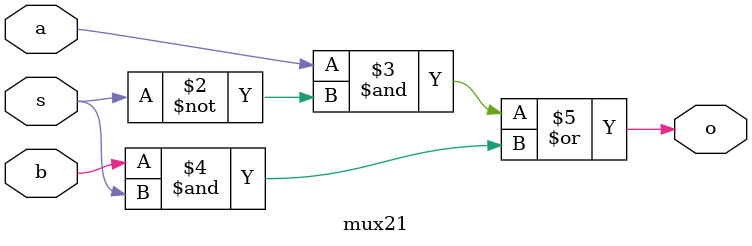
<source format=v>
`timescale 1ns / 1ps


module barrel_shifter(a,s,opcode,y,overflow);
    input [7:0] a;
    input [2:0] s,opcode;
    output reg [7:0] y;
    output reg overflow;
    wire [7:0] t1,t2,t3,t4,t5,t6;
    wire flag;


    ar_left al(a,s,t1,flag);
    log_left ll(a,s,t2);
    cr_left cl(a,s,t3);
    ar_right ar(a,s,t4);
    log_right lr(a,s,t5);
    cr_right cr(a,s,t6);

    parameter [2:0]
    ARLEFT = 3'b000,
    LOGLEFT = 3'b001,
    CRLEFT = 3'b010,
    ARRIGHT = 3'b100,
    LOGRIGHT = 3'b101,
    CRRIGHT = 3'b110;

    always@(*)
    begin
        case(opcode)
            ARLEFT: begin
                y = t1;
                overflow = flag;
            end

            LOGLEFT: begin
                y = t2;
                overflow = 1'b0;
            end

            CRLEFT: begin
                y = t3;
                overflow = 1'b0;
            end

            ARRIGHT: begin
                y = t4;
                overflow = 1'b0;
            end

            LOGRIGHT: begin
                y = t5;
                overflow = 1'b0;
            end

            CRRIGHT: begin
                y = t6;
                overflow = 1'b0;
            end

            default: begin

                y = 8'd0;
                overflow = 1'b0;

            end
        endcase
    end

endmodule

module log_right(a,s,y);

    input [7:0] a;
    input [2:0] s;
    output [7:0] y;

    wire [7:0] p1,p2,a2,b1,b2;
    // 4 bit shift
    assign a2 = {{4{1'b0}},a[7],a[6],a[5],a[4]};

    genvar i;

    generate
        for(i=0;i<8;i=i+1) begin: logright3

            mux21 lr3 (a[i],a2[i],s[2],p1[i]);

        end
    endgenerate



    //2 bit shift
    assign p2 = {{2{1'b0}},p1[7],p1[6],p1[5],p1[4],p1[3],p1[2]};

    genvar j;

    generate
        for(j=0;j<8;j=j+1) begin: logright2

            mux21 lr2 (p1[j],p2[j],s[1],b1[j]);

        end
    endgenerate



    //1 bit shift

    assign b2 = {1'b0,p1[7],b1[6],b1[5],b1[4],b1[3],b1[2],b1[1]};

    genvar k;

    generate
        for(k=0;k<8;k=k+1) begin: logright1

            mux21 lr1 (b1[k],b2[k],s[0],y[k]);

        end
    endgenerate

endmodule

module log_left(a,s,y);

    input [7:0] a;
    input [2:0] s;
    output [7:0] y;

    wire [7:0] p1,p2,a2,b1,b2;
    //4 bit shift
    assign a2 = {a[4],a[3],a[2],a[0],{4{1'b0}}};

    genvar i;

    generate
        for(i=0;i<8;i=i+1) begin: logleft3

            mux21 ll3 (a[i],a2[i],s[2],p1[i]);

        end
    endgenerate



    //2 bit shift
    assign p2 = {p1[5],p1[4],p1[3],p1[2],p1[1],p1[0],{2{1'b0}}};


    genvar j;

    generate
        for(j=0;j<8;j=j+1) begin: logleft2

            mux21 ll2 (p1[j],p2[j],s[1],b1[j]);

        end
    endgenerate



    //1 bit shift

    assign b2 = {b1[6],b1[5],b1[4],b1[3],b1[2],b1[1],b1[0],1'b0};

    genvar k;

    generate
        for(k=0;k<8;k=k+1) begin: logleft1

            mux21 ll1 (b1[k],b2[k],s[0],y[k]);

        end
    endgenerate

endmodule

module ar_left(a,s,y,f);

    input [7:0] a;
    input [2:0] s;
    output [7:0] y;
    output f;

    wire [7:0] p1,p2,a2,b1,b2;
    //4 bit shifft
    assign a2 = {a[3],a[2],a[1],a[0],{4{1'b0}}};

    genvar i;

    generate
        for(i=0;i<8;i=i+1) begin: arleft3

            mux21 al3 (a[i],a2[i],s[2],p1[i]);

        end
    endgenerate



    //2 bit shift
    assign p2 = {p1[5],p1[4],p1[3],p1[2],p1[1],p1[0],{2{1'b0}}};


    genvar j;

    generate
        for(j=0;j<8;j=j+1) begin: arleft2

            mux21 al2 (p1[j],p2[j],s[1],b1[j]);

        end
    endgenerate



    //1 bit shift

    assign b2 = {b1[6],b1[5],b1[4],b1[3],b1[2],b1[1],b1[0],1'b0};

    genvar k;

    generate
        for(k=0;k<8;k=k+1) begin: arleft1

            mux21 al1 (b1[k],b2[k],s[0],y[k]);

        end
    endgenerate

    assign f=a[7]^y[7];
endmodule

module ar_right(a,s,y);

    input [7:0] a;
    input [2:0] s;
    output [7:0] y;

    wire [7:0] p1,p2,a2,b1,b2;
    //4 bit shift
    assign a2 = {{4{a[7]}},a[7],a[6],a[5],a[4]};

    genvar i;

    generate
        for(i=0;i<8;i=i+1) begin: arright3

            mux21 ar3 (a[i],a2[i],s[2],p1[i]);

        end
    endgenerate



    //2 bit shift
    assign p2 = {{2{p1[7]}},p1[7],p1[6],p1[5],p1[4],p1[3],p1[2]};


    genvar j;

    generate
        for(j=0;j<8;j=j+1) begin: arright2

            mux21 ar2 (p1[j],p2[j],s[1],b1[j]);

        end
    endgenerate



    //1 bit shift

    assign b2 = {b1[7],b1[7],b1[6],b1[5],b1[4],b1[3],b1[2],b1[1]};

    genvar k;

    generate
        for(k=0;k<8;k=k+1) begin: arright1

            mux21 ar1 (b1[k],b2[k],s[0],y[k]);

        end
    endgenerate
endmodule

module cr_right(a,s,y);

    input [7:0] a;
    input [2:0] s;
    output [7:0] y;

    wire [7:0] p1,p2,a2,b1,b2;

    //4 bit shift
    assign a2 = {a[3],a[2],a[1],a[0],a[7],a[6],a[5],a[4]};

    genvar i;

    generate
        for(i=0;i<8;i=i+1) begin: crright3

            mux21 cr3 (a[i],a2[i],s[2],p1[i]);

        end
    endgenerate



    //2 bit shift
    assign p2 = {p1[1],p1[0],p1[7],p1[6],p1[5],p1[4],p1[3],p1[2]};


    genvar j;

    generate
        for(j=0;j<8;j=j+1) begin: crright2

            mux21 cr2 (p1[j],p2[j],s[1],b1[j]);

        end
    endgenerate



    //1 bit shift

    assign b2 = {b1[0],b1[7],b1[6],b1[5],b1[4],b1[3],b1[2],b1[1]};

    genvar k;

    generate
        for(k=0;k<8;k=k+1) begin: crright1

            mux21 cr1 (b1[k],b2[k],s[0],y[k]);

        end
    endgenerate

endmodule

module cr_left(a,s,y);

    input [7:0] a;
    input [2:0] s;
    output [7:0] y;

    wire [7:0] p1,p2,a2,b1,b2;

    //4 bit shift
    assign a2 = {a[4],a[3],a[2],a[0],a[7],a[6],a[5]};

    genvar i;

    generate
        for(i=0;i<8;i=i+1) begin: crleft3

            mux21 cl3 (a[i],a2[i],s[2],p1[i]);

        end
    endgenerate



    //2 bit shift
    assign p2 = {p1[5],p1[4],p1[3],p1[2],p1[1],p1[0],p1[7],p1[6]};


    genvar j;

    generate
        for(j=0;j<8;j=j+1) begin: crleft2

            mux21 cl2 (p1[j],p2[j],s[1],b1[j]);

        end
    endgenerate



    //1 bit shift

    assign b2 = {b1[6],b1[5],b1[4],b1[3],b1[2],b1[1],b1[0],b1[7]};

    genvar k;

    generate
        for(k=0;k<8;k=k+1) begin: crleft1

            mux21 cl1 (b1[k],b2[k],s[0],y[k]);

        end
    endgenerate
endmodule

module mux21(a,b,s,o);
    input a,b,s;
    output reg o;
    always@(*)
    begin
        o = (a&~s) | (b&s);
    end
endmodule
</source>
